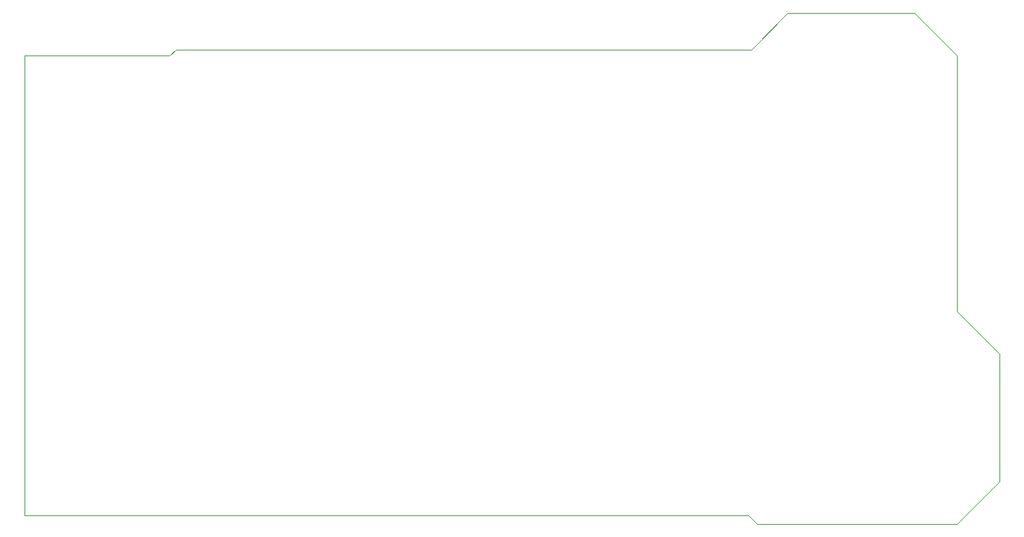
<source format=gbr>
%TF.GenerationSoftware,KiCad,Pcbnew,9.0.1*%
%TF.CreationDate,2025-05-27T17:05:58+05:30*%
%TF.ProjectId,macronardo,6d616372-6f6e-4617-9264-6f2e6b696361,rev?*%
%TF.SameCoordinates,Original*%
%TF.FileFunction,Profile,NP*%
%FSLAX46Y46*%
G04 Gerber Fmt 4.6, Leading zero omitted, Abs format (unit mm)*
G04 Created by KiCad (PCBNEW 9.0.1) date 2025-05-27 17:05:58*
%MOMM*%
%LPD*%
G01*
G04 APERTURE LIST*
%TA.AperFunction,Profile*%
%ADD10C,0.050000*%
%TD*%
G04 APERTURE END LIST*
D10*
X180800000Y-49250000D02*
X185050000Y-45000000D01*
X180500000Y-104000000D02*
X95500000Y-104000000D01*
X205000000Y-50000000D02*
X205000000Y-80000000D01*
X95500000Y-104000000D02*
X95500000Y-50000000D01*
X181500000Y-105000000D02*
X180500000Y-104000000D01*
X112500000Y-50000000D02*
X113250000Y-49250000D01*
X205000000Y-80000000D02*
X210000000Y-85000000D01*
X185050000Y-45000000D02*
X200000000Y-45000000D01*
X200000000Y-45000000D02*
X205000000Y-50000000D01*
X205000000Y-105000000D02*
X181500000Y-105000000D01*
X113250000Y-49250000D02*
X180800000Y-49250000D01*
X210000000Y-100000000D02*
X205000000Y-105000000D01*
X95500000Y-50000000D02*
X112500000Y-50000000D01*
X210000000Y-85000000D02*
X210000000Y-100000000D01*
M02*

</source>
